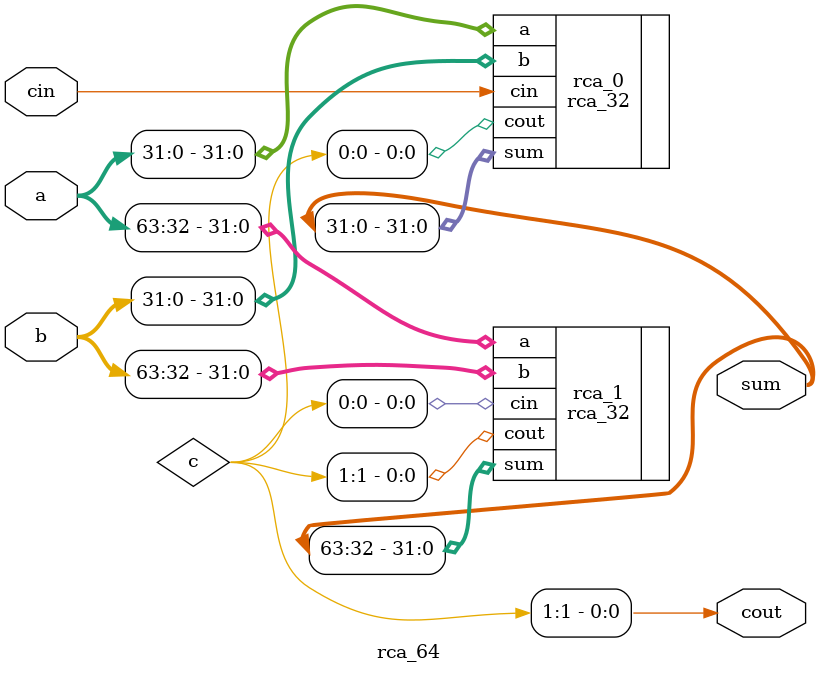
<source format=v>
module rca_64(
    input [63:0] a,
    input [63:0] b,
    input cin,
    output [63:0] sum,
    output cout
);

wire [1:0] c;

rca_32 rca_0(
    .a(a[31:0]),
    .b(b[31:0]),
    .cin(cin),
    .sum(sum[31:0]),
    .cout(c[0])
);

rca_32 rca_1(
    .a(a[63:32]),
    .b(b[63:32]),
    .cin(c[0]),
    .sum(sum[63:32]),
    .cout(c[1])
);

assign cout = c[1];

endmodule
</source>
